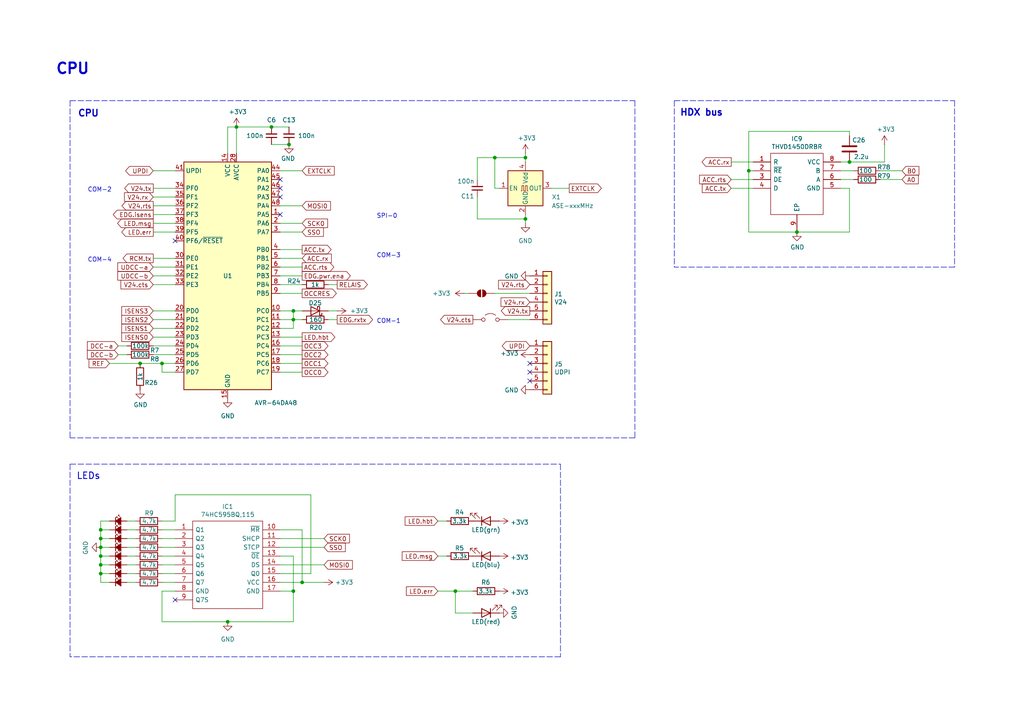
<source format=kicad_sch>
(kicad_sch (version 20250114) (generator "eeschema") (generator_version "9.0")
  (paper "A4")
  (title_block (title "RTB C13 Module") (date "2025-10-14") (rev "2") (company "Frank Schumacher") (comment 1 "Track Sensor"))
  (lib_symbols
    (symbol "Connector_Generic:Conn_01x06" (pin_names (offset 1.016) (hide yes))
      (property "Reference" "J" (at 0 7.62 0))
      (property "Value" "Conn_01x06" (at 0 -10.16 0))
      (symbol "Conn_01x06_1_1"
        (rectangle (start -1.27 6.35) (end 1.27 -8.89) (stroke (width 0.254)) (fill (type background)))
        (rectangle (start -1.27 5.207) (end 0 4.953) (stroke (width 0.1524)))
        (rectangle (start -1.27 2.667) (end 0 2.413) (stroke (width 0.1524)))
        (rectangle (start -1.27 0.127) (end 0 -0.127) (stroke (width 0.1524)))
        (rectangle (start -1.27 -2.413) (end 0 -2.667) (stroke (width 0.1524)))
        (rectangle (start -1.27 -4.953) (end 0 -5.207) (stroke (width 0.1524)))
        (rectangle (start -1.27 -7.493) (end 0 -7.747) (stroke (width 0.1524)))
        (pin passive line (at -5.08 5.08 0) (length 3.81) (name "Pin_1") (number "1"))
        (pin passive line (at -5.08 2.54 0) (length 3.81) (name "Pin_2") (number "2"))
        (pin passive line (at -5.08 0 0) (length 3.81) (name "Pin_3") (number "3"))
        (pin passive line (at -5.08 -2.54 0) (length 3.81) (name "Pin_4") (number "4"))
        (pin passive line (at -5.08 -5.08 0) (length 3.81) (name "Pin_5") (number "5"))
        (pin passive line (at -5.08 -7.62 0) (length 3.81) (name "Pin_6") (number "6"))
      )
    )
    (symbol "Device:C" (pin_numbers (hide yes)) (pin_names (offset 0.254))
      (property "Reference" "C" (at 0.635 2.54 0))
      (property "Value" "C" (at 0.635 -2.54 0))
      (symbol "C_0_1"
        (polyline (pts (xy -2.032 0.762) (xy 2.032 0.762)) (stroke (width 0.508)))
        (polyline (pts (xy -2.032 -0.762) (xy 2.032 -0.762)) (stroke (width 0.508)))
      )
      (symbol "C_1_1"
        (pin passive line (at 0 3.81 270) (length 2.794) (name "~") (number "1"))
        (pin passive line (at 0 -3.81 90) (length 2.794) (name "~") (number "2"))
      )
    )
    (symbol "Device:C_Small" (pin_numbers (hide yes)) (pin_names (offset 0.254) (hide yes))
      (property "Reference" "C" (at 0.254 1.778 0))
      (property "Value" "C_Small" (at 0.254 -2.032 0))
      (symbol "C_Small_0_1"
        (polyline (pts (xy -1.524 0.508) (xy 1.524 0.508)) (stroke (width 0.3048)))
        (polyline (pts (xy -1.524 -0.508) (xy 1.524 -0.508)) (stroke (width 0.3302)))
      )
      (symbol "C_Small_1_1"
        (pin passive line (at 0 2.54 270) (length 2.032) (name "~") (number "1"))
        (pin passive line (at 0 -2.54 90) (length 2.032) (name "~") (number "2"))
      )
    )
    (symbol "Device:D_Schottky" (pin_numbers (hide yes)) (pin_names (offset 1.016) (hide yes))
      (property "Reference" "D" (at 0 2.54 0))
      (property "Value" "D_Schottky" (at 0 -2.54 0))
      (symbol "D_Schottky_0_1"
        (polyline (pts (xy -1.905 0.635) (xy -1.905 1.27) (xy -1.27 1.27) (xy -1.27 -1.27) (xy -0.635 -1.27) (xy -0.635 -0.635)) (stroke (width 0.254)))
        (polyline (pts (xy 1.27 1.27) (xy 1.27 -1.27) (xy -1.27 0) (xy 1.27 1.27)) (stroke (width 0.254)))
        (polyline (pts (xy 1.27 0) (xy -1.27 0)))
      )
      (symbol "D_Schottky_1_1"
        (pin passive line (at -3.81 0 0) (length 2.54) (name "K") (number "1"))
        (pin passive line (at 3.81 0 180) (length 2.54) (name "A") (number "2"))
      )
    )
    (symbol "Device:LED" (pin_numbers (hide yes)) (pin_names (offset 1.016) (hide yes))
      (property "Reference" "D" (at 0 2.54 0))
      (property "Value" "LED" (at 0 -2.54 0))
      (symbol "LED_0_1"
        (polyline (pts (xy -3.048 -0.762) (xy -4.572 -2.286) (xy -3.81 -2.286) (xy -4.572 -2.286) (xy -4.572 -1.524)))
        (polyline (pts (xy -1.778 -0.762) (xy -3.302 -2.286) (xy -2.54 -2.286) (xy -3.302 -2.286) (xy -3.302 -1.524)))
        (polyline (pts (xy -1.27 0) (xy 1.27 0)))
        (polyline (pts (xy -1.27 -1.27) (xy -1.27 1.27)) (stroke (width 0.254)))
        (polyline (pts (xy 1.27 -1.27) (xy 1.27 1.27) (xy -1.27 0) (xy 1.27 -1.27)) (stroke (width 0.254)))
      )
      (symbol "LED_1_1"
        (pin passive line (at -3.81 0 0) (length 2.54) (name "K") (number "1"))
        (pin passive line (at 3.81 0 180) (length 2.54) (name "A") (number "2"))
      )
    )
    (symbol "Device:LED_Small_ALT" (pin_numbers (hide yes)) (pin_names (offset 0.254) (hide yes))
      (property "Reference" "D" (at -1.27 3.175 0))
      (property "Value" "Device_LED_Small_ALT" (at -4.445 -2.54 0))
      (symbol "LED_Small_ALT_0_1"
        (polyline (pts (xy -0.762 -1.016) (xy -0.762 1.016)) (stroke (width 0.254)))
        (polyline (pts (xy 0 0.762) (xy -0.508 1.27) (xy -0.254 1.27) (xy -0.508 1.27) (xy -0.508 1.016)))
        (polyline (pts (xy 0.508 1.27) (xy 0 1.778) (xy 0.254 1.778) (xy 0 1.778) (xy 0 1.524)))
        (polyline (pts (xy 0.762 -1.016) (xy -0.762 0) (xy 0.762 1.016) (xy 0.762 -1.016)) (stroke (width 0.254)) (fill (type outline)))
        (polyline (pts (xy 1.016 0) (xy -0.762 0)))
      )
      (symbol "LED_Small_ALT_1_1"
        (pin passive line (at -2.54 0 0) (length 1.778) (name "K") (number "1"))
        (pin passive line (at 2.54 0 180) (length 1.778) (name "A") (number "2"))
      )
    )
    (symbol "Device:R" (pin_numbers (hide yes)) (pin_names (offset 0))
      (property "Reference" "R" (at 2.032 0 90))
      (property "Value" "R" (at 0 0 90))
      (symbol "R_0_1"
        (rectangle (start -1.016 -2.54) (end 1.016 2.54) (stroke (width 0.254)))
      )
      (symbol "R_1_1"
        (pin passive line (at 0 3.81 270) (length 1.27) (name "~") (number "1"))
        (pin passive line (at 0 -3.81 90) (length 1.27) (name "~") (number "2"))
      )
    )
    (symbol "Jumper:Jumper_2_Open" (pin_numbers (hide yes)) (pin_names (offset 0) (hide yes))
      (property "Reference" "JP" (at 0 2.794 0))
      (property "Value" "Jumper_2_Open" (at 0 -2.286 0))
      (symbol "Jumper_2_Open_0_0"
        (circle (center -2.032 0) (radius 0.508))
        (circle (center 2.032 0) (radius 0.508))
      )
      (symbol "Jumper_2_Open_0_1"
        (arc (start -1.524 1.27) (mid 0 1.778) (end 1.524 1.27))
      )
      (symbol "Jumper_2_Open_1_1"
        (pin passive line (at -5.08 0 0) (length 2.54) (name "A") (number "1"))
        (pin passive line (at 5.08 0 180) (length 2.54) (name "B") (number "2"))
      )
    )
    (symbol "Jumper:SolderJumper_2_Open" (pin_numbers (hide yes)) (pin_names (offset 0) (hide yes)) (in_bom no)
      (property "Reference" "JP" (at 0 2.032 0))
      (property "Value" "SolderJumper_2_Open" (at 0 -2.54 0))
      (symbol "SolderJumper_2_Open_0_1"
        (polyline (pts (xy -0.254 1.016) (xy -0.254 -1.016)))
        (arc (start -0.254 -1.016) (mid -1.2656 0) (end -0.254 1.016))
        (arc (start -0.254 -1.016) (mid -1.2656 0) (end -0.254 1.016) (fill (type outline)))
        (arc (start 0.254 1.016) (mid 1.2656 0) (end 0.254 -1.016))
        (arc (start 0.254 1.016) (mid 1.2656 0) (end 0.254 -1.016) (fill (type outline)))
        (polyline (pts (xy 0.254 1.016) (xy 0.254 -1.016)))
      )
      (symbol "SolderJumper_2_Open_1_1"
        (pin passive line (at -3.81 0 0) (length 2.54) (name "A") (number "1"))
        (pin passive line (at 3.81 0 180) (length 2.54) (name "B") (number "2"))
      )
    )
    (symbol "MCU_Microchip_ATmega:ATmega4809-M"
      (property "Reference" "U" (at -12.7 34.29 0))
      (property "Value" "ATmega4809-M" (at 2.54 -34.29 0))
      (symbol "ATmega4809-M_0_1"
        (rectangle (start -12.7 -33.02) (end 12.7 33.02) (stroke (width 0.254)) (fill (type background)))
      )
      (symbol "ATmega4809-M_1_1"
        (pin bidirectional line (at -15.24 30.48 0) (length 2.54) (name "UPDI") (number "41"))
        (pin bidirectional line (at -15.24 25.4 0) (length 2.54) (name "PF0") (number "34"))
        (pin bidirectional line (at -15.24 22.86 0) (length 2.54) (name "PF1") (number "35"))
        (pin bidirectional line (at -15.24 20.32 0) (length 2.54) (name "PF2") (number "36"))
        (pin bidirectional line (at -15.24 17.78 0) (length 2.54) (name "PF3") (number "37"))
        (pin bidirectional line (at -15.24 15.24 0) (length 2.54) (name "PF4") (number "38"))
        (pin bidirectional line (at -15.24 12.7 0) (length 2.54) (name "PF5") (number "39"))
        (pin bidirectional line (at -15.24 10.16 0) (length 2.54) (name "PF6/~{RESET}") (number "40"))
        (pin bidirectional line (at -15.24 5.08 0) (length 2.54) (name "PE0") (number "30"))
        (pin bidirectional line (at -15.24 2.54 0) (length 2.54) (name "PE1") (number "31"))
        (pin bidirectional line (at -15.24 0 0) (length 2.54) (name "PE2") (number "32"))
        (pin bidirectional line (at -15.24 -2.54 0) (length 2.54) (name "PE3") (number "33"))
        (pin bidirectional line (at -15.24 -10.16 0) (length 2.54) (name "PD0") (number "20"))
        (pin bidirectional line (at -15.24 -12.7 0) (length 2.54) (name "PD1") (number "21"))
        (pin bidirectional line (at -15.24 -15.24 0) (length 2.54) (name "PD2") (number "22"))
        (pin bidirectional line (at -15.24 -17.78 0) (length 2.54) (name "PD3") (number "23"))
        (pin bidirectional line (at -15.24 -20.32 0) (length 2.54) (name "PD4") (number "24"))
        (pin bidirectional line (at -15.24 -22.86 0) (length 2.54) (name "PD5") (number "25"))
        (pin bidirectional line (at -15.24 -25.4 0) (length 2.54) (name "PD6") (number "26"))
        (pin bidirectional line (at -15.24 -27.94 0) (length 2.54) (name "PD7") (number "27"))
        (pin power_in line (at 0 35.56 270) (length 2.54) (name "VCC") (number "14"))
        (pin passive line (at 0 35.56 270) (length 2.54) (hide yes) (name "VCC") (number "42"))
        (pin power_in line (at 0 -35.56 90) (length 2.54) (name "GND") (number "15"))
        (pin passive line (at 0 -35.56 90) (length 2.54) (hide yes) (name "GND") (number "29"))
        (pin passive line (at 0 -35.56 90) (length 2.54) (hide yes) (name "GND") (number "43"))
        (pin passive line (at 0 -35.56 90) (length 2.54) (hide yes) (name "GND") (number "49"))
        (pin power_in line (at 2.54 35.56 270) (length 2.54) (name "AVCC") (number "28"))
        (pin bidirectional line (at 15.24 30.48 180) (length 2.54) (name "PA0") (number "44"))
        (pin bidirectional line (at 15.24 27.94 180) (length 2.54) (name "PA1") (number "45"))
        (pin bidirectional line (at 15.24 25.4 180) (length 2.54) (name "PA2") (number "46"))
        (pin bidirectional line (at 15.24 22.86 180) (length 2.54) (name "PA3") (number "47"))
        (pin bidirectional line (at 15.24 20.32 180) (length 2.54) (name "PA4") (number "48"))
        (pin bidirectional line (at 15.24 17.78 180) (length 2.54) (name "PA5") (number "1"))
        (pin bidirectional line (at 15.24 15.24 180) (length 2.54) (name "PA6") (number "2"))
        (pin bidirectional line (at 15.24 12.7 180) (length 2.54) (name "PA7") (number "3"))
        (pin bidirectional line (at 15.24 7.62 180) (length 2.54) (name "PB0") (number "4"))
        (pin bidirectional line (at 15.24 5.08 180) (length 2.54) (name "PB1") (number "5"))
        (pin bidirectional line (at 15.24 2.54 180) (length 2.54) (name "PB2") (number "6"))
        (pin bidirectional line (at 15.24 0 180) (length 2.54) (name "PB3") (number "7"))
        (pin bidirectional line (at 15.24 -2.54 180) (length 2.54) (name "PB4") (number "8"))
        (pin bidirectional line (at 15.24 -5.08 180) (length 2.54) (name "PB5") (number "9"))
        (pin bidirectional line (at 15.24 -10.16 180) (length 2.54) (name "PC0") (number "10"))
        (pin bidirectional line (at 15.24 -12.7 180) (length 2.54) (name "PC1") (number "11"))
        (pin bidirectional line (at 15.24 -15.24 180) (length 2.54) (name "PC2") (number "12"))
        (pin bidirectional line (at 15.24 -17.78 180) (length 2.54) (name "PC3") (number "13"))
        (pin bidirectional line (at 15.24 -20.32 180) (length 2.54) (name "PC4") (number "16"))
        (pin bidirectional line (at 15.24 -22.86 180) (length 2.54) (name "PC5") (number "17"))
        (pin bidirectional line (at 15.24 -25.4 180) (length 2.54) (name "PC6") (number "18"))
        (pin bidirectional line (at 15.24 -27.94 180) (length 2.54) (name "PC7") (number "19"))
      )
    )
    (symbol "Oscillator:ASE-xxxMHz" (pin_names (offset 0.254))
      (property "Reference" "Y" (at -5.08 6.35 0))
      (property "Value" "ASE-xxxMHz" (at 1.27 -6.35 0))
      (symbol "ASE-xxxMHz_0_1"
        (rectangle (start -5.08 5.08) (end 5.08 -5.08) (stroke (width 0.254)) (fill (type background)))
        (polyline (pts (xy -1.27 -0.762) (xy -1.016 -0.762) (xy -1.016 0.762) (xy -0.508 0.762) (xy -0.508 -0.762) (xy 0 -0.762) (xy 0 0.762) (xy 0.508 0.762) (xy 0.508 -0.762) (xy 0.762 -0.762)))
      )
      (symbol "ASE-xxxMHz_1_1"
        (pin input line (at -7.62 0 0) (length 2.54) (name "EN") (number "1"))
        (pin power_in line (at 0 7.62 270) (length 2.54) (name "Vdd") (number "4"))
        (pin power_in line (at 0 -7.62 90) (length 2.54) (name "GND") (number "2"))
        (pin output line (at 7.62 0 180) (length 2.54) (name "OUT") (number "3"))
      )
    )
    (symbol "RTB:74HC595BQ,115" (pin_names (offset 0.762))
      (property "Reference" "IC" (at 26.67 7.62 0))
      (property "Value" "74HC595BQ,115" (at 26.67 5.08 0))
      (symbol "74HC595BQ,115_0_0"
        (pin tri_state line (at 0 0 0) (length 5.08) (name "Q1") (number "1"))
        (pin tri_state line (at 0 -2.54 0) (length 5.08) (name "Q2") (number "2"))
        (pin tri_state line (at 0 -5.08 0) (length 5.08) (name "Q3") (number "3"))
        (pin tri_state line (at 0 -7.62 0) (length 5.08) (name "Q4") (number "4"))
        (pin tri_state line (at 0 -10.16 0) (length 5.08) (name "Q5") (number "5"))
        (pin tri_state line (at 0 -12.7 0) (length 5.08) (name "Q6") (number "6"))
        (pin tri_state line (at 0 -15.24 0) (length 5.08) (name "Q7") (number "7"))
        (pin power_in line (at 0 -17.78 0) (length 5.08) (name "GND") (number "8"))
        (pin output line (at 0 -20.32 0) (length 5.08) (name "Q7S") (number "9"))
        (pin input line (at 30.48 0 180) (length 5.08) (name "~{MR}") (number "10"))
        (pin input line (at 30.48 -2.54 180) (length 5.08) (name "SHCP") (number "11"))
        (pin input line (at 30.48 -5.08 180) (length 5.08) (name "STCP") (number "12"))
        (pin input line (at 30.48 -7.62 180) (length 5.08) (name "~{OE}") (number "13"))
        (pin input line (at 30.48 -10.16 180) (length 5.08) (name "DS") (number "14"))
        (pin tri_state line (at 30.48 -12.7 180) (length 5.08) (name "Q0") (number "15"))
        (pin power_in line (at 30.48 -15.24 180) (length 5.08) (name "VCC") (number "16"))
        (pin passive line (at 30.48 -17.78 180) (length 5.08) (name "GND") (number "17"))
      )
      (symbol "74HC595BQ,115_0_1"
        (polyline (pts (xy 5.08 2.54) (xy 25.4 2.54) (xy 25.4 -22.86) (xy 5.08 -22.86) (xy 5.08 2.54)) (stroke (width 0.1524)))
      )
    )
    (symbol "RTB:THVD1450DRBR" (pin_names (offset 0.762))
      (property "Reference" "IC" (at 21.59 7.62 0))
      (property "Value" "THVD1450DRBR" (at 21.59 5.08 0))
      (symbol "THVD1450DRBR_0_0"
        (pin passive line (at 0 0 0) (length 5.08) (name "R") (number "1"))
        (pin passive line (at 0 -2.54 0) (length 5.08) (name "~{RE}") (number "2"))
        (pin passive line (at 0 -5.08 0) (length 5.08) (name "DE") (number "3"))
        (pin passive line (at 0 -7.62 0) (length 5.08) (name "D") (number "4"))
        (pin passive line (at 12.7 -20.32 90) (length 5.08) (name "EP") (number "9"))
        (pin passive line (at 25.4 0 180) (length 5.08) (name "VCC") (number "8"))
        (pin passive line (at 25.4 -2.54 180) (length 5.08) (name "B") (number "7"))
        (pin passive line (at 25.4 -5.08 180) (length 5.08) (name "A") (number "6"))
        (pin passive line (at 25.4 -7.62 180) (length 5.08) (name "GND") (number "5"))
      )
      (symbol "THVD1450DRBR_0_1"
        (polyline (pts (xy 5.08 2.54) (xy 20.32 2.54) (xy 20.32 -15.24) (xy 5.08 -15.24) (xy 5.08 2.54)) (stroke (width 0.1524)))
      )
    )
    (symbol "power:+3V3" (power) (pin_numbers (hide yes)) (pin_names (offset 0) (hide yes))
      (property "Value" "+3V3" (at 0 3.556 0))
      (symbol "+3V3_0_1"
        (polyline (pts (xy -0.762 1.27) (xy 0 2.54)))
        (polyline (pts (xy 0 2.54) (xy 0.762 1.27)))
        (polyline (pts (xy 0 0) (xy 0 2.54)))
      )
      (symbol "+3V3_1_1"
        (pin power_in line (at 0 0 90) (length 0) (name "~") (number "1"))
      )
    )
    (symbol "power:GND" (power) (pin_numbers (hide yes)) (pin_names (offset 0) (hide yes))
      (property "Value" "GND" (at 0 -3.81 0))
      (symbol "GND_0_1"
        (polyline (pts (xy 0 0) (xy 0 -1.27) (xy 1.27 -1.27) (xy 0 -2.54) (xy -1.27 -1.27) (xy 0 -1.27)))
      )
      (symbol "GND_1_1"
        (pin power_in line (at 0 0 270) (length 0) (name "~") (number "1"))
      )
    )
  )
  (text "COM-4\n" (at 25.4 76.2 0) (effects (font (size 1.27 1.27)) (justify left bottom)))
  (text "COM-1" (at 109.22 93.98 0) (effects (font (size 1.27 1.27)) (justify left bottom)))
  (text "COM-3" (at 109.22 74.93 0) (effects (font (size 1.27 1.27)) (justify left bottom)))
  (text "CPU" (at 25.654 33.02 0) (effects (font (size 1.905 1.905) (thickness 0.381) (bold yes))))
  (text "CPU" (at 21.082 20.066 0) (effects (font (size 3.048 3.048) (thickness 0.6096) (bold yes))))
  (text "COM-2\n" (at 25.4 55.88 0) (effects (font (size 1.27 1.27)) (justify left bottom)))
  (text "LEDs" (at 25.654 138.176 0) (effects (font (size 1.905 1.905) (thickness 0.254) (bold yes))))
  (text "SPI-0" (at 109.22 63.5 0) (effects (font (size 1.27 1.27)) (justify left bottom)))
  (text "HDX bus" (at 203.454 32.766 0) (effects (font (size 1.905 1.905) (thickness 0.381) (bold yes))))
  (junction (at 29.21 153.67))
  (junction (at 66.04 180.34))
  (junction (at 78.74 36.83))
  (junction (at 40.64 105.41))
  (junction (at 246.38 46.99))
  (junction (at 143.51 45.72))
  (junction (at 29.21 161.29))
  (junction (at 152.4 45.72))
  (junction (at 87.63 168.91))
  (junction (at 231.14 67.31))
  (junction (at 132.08 171.45))
  (junction (at 68.58 36.83))
  (junction (at 29.21 166.37))
  (junction (at 46.99 105.41))
  (junction (at 217.17 49.53))
  (junction (at 29.21 156.21))
  (junction (at 85.09 171.45))
  (junction (at 83.82 41.91))
  (junction (at 29.21 158.75))
  (junction (at 85.09 92.71))
  (junction (at 29.21 163.83))
  (junction (at 152.4 63.5))
  (junction (at 85.09 90.17))
  (no_connect (at 153.67 105.41))
  (no_connect (at 81.28 54.61))
  (no_connect (at 50.8 173.99))
  (no_connect (at 81.28 52.07))
  (no_connect (at 81.28 62.23))
  (no_connect (at 50.8 69.85))
  (no_connect (at 153.67 110.49))
  (no_connect (at 153.67 107.95))
  (no_connect (at 81.28 57.15))
  (wire (pts (xy 68.58 36.83) (xy 78.74 36.83)))
  (wire (pts (xy 143.51 45.72) (xy 138.43 45.72)))
  (wire (pts (xy 36.83 166.37) (xy 39.37 166.37)))
  (polyline (pts (xy 195.58 29.21) (xy 195.58 77.47)) (stroke (width 0) (type dash)))
  (wire (pts (xy 217.17 49.53) (xy 217.17 38.1)))
  (wire (pts (xy 81.28 158.75) (xy 93.98 158.75)))
  (wire (pts (xy 50.8 80.01) (xy 44.45 80.01)))
  (wire (pts (xy 212.09 46.99) (xy 218.44 46.99)))
  (wire (pts (xy 44.45 62.23) (xy 50.8 62.23)))
  (wire (pts (xy 50.8 163.83) (xy 46.99 163.83)))
  (wire (pts (xy 246.38 54.61) (xy 243.84 54.61)))
  (wire (pts (xy 29.21 161.29) (xy 29.21 158.75)))
  (wire (pts (xy 46.99 158.75) (xy 50.8 158.75)))
  (wire (pts (xy 87.63 168.91) (xy 93.98 168.91)))
  (polyline (pts (xy 276.86 77.47) (xy 195.58 77.47)) (stroke (width 0) (type dash)))
  (wire (pts (xy 218.44 49.53) (xy 217.17 49.53)))
  (wire (pts (xy 50.8 97.79) (xy 44.45 97.79)))
  (wire (pts (xy 127 161.29) (xy 129.54 161.29)))
  (wire (pts (xy 44.45 64.77) (xy 50.8 64.77)))
  (wire (pts (xy 29.21 168.91) (xy 29.21 166.37)))
  (wire (pts (xy 152.4 63.5) (xy 152.4 64.77)))
  (wire (pts (xy 85.09 92.71) (xy 81.28 92.71)))
  (wire (pts (xy 134.62 85.09) (xy 135.89 85.09)))
  (wire (pts (xy 81.28 156.21) (xy 93.98 156.21)))
  (wire (pts (xy 81.28 64.77) (xy 87.63 64.77)))
  (wire (pts (xy 85.09 171.45) (xy 85.09 180.34)))
  (wire (pts (xy 31.75 163.83) (xy 29.21 163.83)))
  (wire (pts (xy 31.75 105.41) (xy 40.64 105.41)))
  (wire (pts (xy 66.04 180.34) (xy 85.09 180.34)))
  (wire (pts (xy 152.4 45.72) (xy 152.4 46.99)))
  (wire (pts (xy 81.28 90.17) (xy 85.09 90.17)))
  (wire (pts (xy 44.45 82.55) (xy 50.8 82.55)))
  (wire (pts (xy 44.45 59.69) (xy 50.8 59.69)))
  (wire (pts (xy 46.99 171.45) (xy 46.99 180.34)))
  (wire (pts (xy 31.75 151.13) (xy 29.21 151.13)))
  (wire (pts (xy 81.28 82.55) (xy 87.63 82.55)))
  (wire (pts (xy 44.45 77.47) (xy 50.8 77.47)))
  (polyline (pts (xy 20.32 134.62) (xy 162.56 134.62)) (stroke (width 0) (type dash)))
  (wire (pts (xy 87.63 153.67) (xy 81.28 153.67)))
  (wire (pts (xy 243.84 52.07) (xy 247.65 52.07)))
  (wire (pts (xy 132.08 171.45) (xy 132.08 177.8)))
  (polyline (pts (xy 162.56 134.62) (xy 162.56 190.5)) (stroke (width 0) (type dash)))
  (wire (pts (xy 243.84 46.99) (xy 246.38 46.99)))
  (wire (pts (xy 85.09 90.17) (xy 87.63 90.17)))
  (wire (pts (xy 44.45 67.31) (xy 50.8 67.31)))
  (polyline (pts (xy 20.32 29.21) (xy 184.15 29.21)) (stroke (width 0) (type dash)))
  (wire (pts (xy 50.8 95.25) (xy 44.45 95.25)))
  (wire (pts (xy 50.8 151.13) (xy 46.99 151.13)))
  (wire (pts (xy 50.8 57.15) (xy 44.45 57.15)))
  (wire (pts (xy 44.45 49.53) (xy 50.8 49.53)))
  (wire (pts (xy 85.09 161.29) (xy 85.09 171.45)))
  (wire (pts (xy 36.83 151.13) (xy 39.37 151.13)))
  (wire (pts (xy 138.43 45.72) (xy 138.43 52.07)))
  (polyline (pts (xy 162.56 190.5) (xy 20.32 190.5)) (stroke (width 0) (type dash)))
  (wire (pts (xy 90.17 143.51) (xy 50.8 143.51)))
  (wire (pts (xy 46.99 180.34) (xy 66.04 180.34)))
  (wire (pts (xy 90.17 166.37) (xy 90.17 143.51)))
  (wire (pts (xy 81.28 102.87) (xy 87.63 102.87)))
  (wire (pts (xy 46.99 168.91) (xy 50.8 168.91)))
  (wire (pts (xy 78.74 41.91) (xy 83.82 41.91)))
  (polyline (pts (xy 276.86 29.21) (xy 276.86 77.47)) (stroke (width 0) (type dash)))
  (wire (pts (xy 212.09 52.07) (xy 218.44 52.07)))
  (wire (pts (xy 217.17 67.31) (xy 231.14 67.31)))
  (wire (pts (xy 138.43 57.15) (xy 138.43 63.5)))
  (wire (pts (xy 87.63 67.31) (xy 81.28 67.31)))
  (wire (pts (xy 143.51 45.72) (xy 152.4 45.72)))
  (wire (pts (xy 243.84 49.53) (xy 247.65 49.53)))
  (wire (pts (xy 217.17 38.1) (xy 246.38 38.1)))
  (wire (pts (xy 66.04 36.83) (xy 68.58 36.83)))
  (wire (pts (xy 36.83 153.67) (xy 39.37 153.67)))
  (wire (pts (xy 34.29 100.33) (xy 36.83 100.33)))
  (wire (pts (xy 31.75 158.75) (xy 29.21 158.75)))
  (wire (pts (xy 46.99 105.41) (xy 50.8 105.41)))
  (wire (pts (xy 217.17 49.53) (xy 217.17 67.31)))
  (wire (pts (xy 68.58 36.83) (xy 68.58 44.45)))
  (wire (pts (xy 81.28 59.69) (xy 87.63 59.69)))
  (polyline (pts (xy 20.32 134.62) (xy 20.32 190.5)) (stroke (width 0) (type dash)))
  (wire (pts (xy 29.21 168.91) (xy 31.75 168.91)))
  (wire (pts (xy 29.21 166.37) (xy 29.21 163.83)))
  (wire (pts (xy 256.54 46.99) (xy 256.54 41.91)))
  (wire (pts (xy 85.09 95.25) (xy 85.09 92.71)))
  (wire (pts (xy 152.4 63.5) (xy 152.4 62.23)))
  (wire (pts (xy 46.99 153.67) (xy 50.8 153.67)))
  (wire (pts (xy 78.74 36.83) (xy 83.82 36.83)))
  (wire (pts (xy 132.08 177.8) (xy 137.16 177.8)))
  (wire (pts (xy 66.04 36.83) (xy 66.04 44.45)))
  (wire (pts (xy 95.25 90.17) (xy 97.79 90.17)))
  (wire (pts (xy 44.45 102.87) (xy 50.8 102.87)))
  (wire (pts (xy 212.09 54.61) (xy 218.44 54.61)))
  (wire (pts (xy 127 171.45) (xy 132.08 171.45)))
  (wire (pts (xy 81.28 100.33) (xy 87.63 100.33)))
  (wire (pts (xy 36.83 156.21) (xy 39.37 156.21)))
  (wire (pts (xy 137.16 171.45) (xy 132.08 171.45)))
  (wire (pts (xy 152.4 45.72) (xy 152.4 44.45)))
  (wire (pts (xy 85.09 90.17) (xy 85.09 92.71)))
  (wire (pts (xy 29.21 156.21) (xy 29.21 153.67)))
  (wire (pts (xy 81.28 80.01) (xy 87.63 80.01)))
  (wire (pts (xy 31.75 161.29) (xy 29.21 161.29)))
  (wire (pts (xy 29.21 151.13) (xy 29.21 153.67)))
  (wire (pts (xy 50.8 74.93) (xy 44.45 74.93)))
  (wire (pts (xy 36.83 158.75) (xy 39.37 158.75)))
  (wire (pts (xy 143.51 54.61) (xy 143.51 45.72)))
  (wire (pts (xy 144.78 54.61) (xy 143.51 54.61)))
  (wire (pts (xy 34.29 102.87) (xy 36.83 102.87)))
  (wire (pts (xy 85.09 161.29) (xy 81.28 161.29)))
  (wire (pts (xy 81.28 77.47) (xy 87.63 77.47)))
  (wire (pts (xy 31.75 153.67) (xy 29.21 153.67)))
  (wire (pts (xy 36.83 161.29) (xy 39.37 161.29)))
  (polyline (pts (xy 184.15 127) (xy 20.32 127)) (stroke (width 0) (type dash)))
  (wire (pts (xy 44.45 100.33) (xy 50.8 100.33)))
  (wire (pts (xy 81.28 97.79) (xy 87.63 97.79)))
  (wire (pts (xy 50.8 92.71) (xy 44.45 92.71)))
  (wire (pts (xy 46.99 166.37) (xy 50.8 166.37)))
  (wire (pts (xy 127 151.13) (xy 129.54 151.13)))
  (wire (pts (xy 44.45 90.17) (xy 50.8 90.17)))
  (wire (pts (xy 153.67 85.09) (xy 143.51 85.09)))
  (wire (pts (xy 81.28 74.93) (xy 87.63 74.93)))
  (wire (pts (xy 50.8 156.21) (xy 46.99 156.21)))
  (wire (pts (xy 36.83 168.91) (xy 39.37 168.91)))
  (wire (pts (xy 255.27 49.53) (xy 261.62 49.53)))
  (wire (pts (xy 31.75 156.21) (xy 29.21 156.21)))
  (wire (pts (xy 44.45 54.61) (xy 50.8 54.61)))
  (wire (pts (xy 50.8 143.51) (xy 50.8 151.13)))
  (wire (pts (xy 255.27 52.07) (xy 261.62 52.07)))
  (polyline (pts (xy 184.15 29.21) (xy 184.15 127)) (stroke (width 0) (type dash)))
  (wire (pts (xy 50.8 171.45) (xy 46.99 171.45)))
  (wire (pts (xy 95.25 92.71) (xy 97.79 92.71)))
  (wire (pts (xy 81.28 171.45) (xy 85.09 171.45)))
  (polyline (pts (xy 195.58 29.21) (xy 276.86 29.21)) (stroke (width 0) (type dash)))
  (wire (pts (xy 81.28 49.53) (xy 87.63 49.53)))
  (wire (pts (xy 246.38 67.31) (xy 246.38 54.61)))
  (polyline (pts (xy 20.32 29.21) (xy 20.32 127)) (stroke (width 0) (type dash)))
  (wire (pts (xy 81.28 105.41) (xy 87.63 105.41)))
  (wire (pts (xy 81.28 85.09) (xy 87.63 85.09)))
  (wire (pts (xy 81.28 166.37) (xy 90.17 166.37)))
  (wire (pts (xy 46.99 107.95) (xy 50.8 107.95)))
  (wire (pts (xy 29.21 163.83) (xy 29.21 161.29)))
  (wire (pts (xy 50.8 161.29) (xy 46.99 161.29)))
  (wire (pts (xy 29.21 166.37) (xy 31.75 166.37)))
  (wire (pts (xy 160.02 54.61) (xy 165.1 54.61)))
  (wire (pts (xy 85.09 92.71) (xy 87.63 92.71)))
  (wire (pts (xy 46.99 105.41) (xy 46.99 107.95)))
  (wire (pts (xy 81.28 107.95) (xy 87.63 107.95)))
  (wire (pts (xy 29.21 158.75) (xy 29.21 156.21)))
  (wire (pts (xy 95.25 82.55) (xy 97.79 82.55)))
  (wire (pts (xy 81.28 72.39) (xy 87.63 72.39)))
  (wire (pts (xy 147.32 92.71) (xy 153.67 92.71)))
  (wire (pts (xy 36.83 163.83) (xy 39.37 163.83)))
  (wire (pts (xy 231.14 67.31) (xy 246.38 67.31)))
  (wire (pts (xy 246.38 38.1) (xy 246.38 39.37)))
  (wire (pts (xy 246.38 46.99) (xy 256.54 46.99)))
  (wire (pts (xy 81.28 163.83) (xy 93.98 163.83)))
  (wire (pts (xy 87.63 168.91) (xy 87.63 153.67)))
  (wire (pts (xy 81.28 95.25) (xy 85.09 95.25)))
  (wire (pts (xy 138.43 63.5) (xy 152.4 63.5)))
  (wire (pts (xy 40.64 105.41) (xy 46.99 105.41)))
  (wire (pts (xy 81.28 168.91) (xy 87.63 168.91)))
  (global_label "V24.tx" (shape output) (at 44.45 54.61 180) (property "Intersheetrefs" "${INTERSHEET_REFS}" (effects (hide yes))))
  (global_label "LED.err" (shape input) (at 127 171.45 180) (property "Intersheetrefs" "${INTERSHEET_REFS}" (effects (hide yes))))
  (global_label "DCC-b" (shape input) (at 34.29 102.87 180) (property "Intersheetrefs" "${INTERSHEET_REFS}" (effects (hide yes))))
  (global_label "EXTCLK" (shape input) (at 87.63 49.53 0) (property "Intersheetrefs" "${INTERSHEET_REFS}" (effects (hide yes))))
  (global_label "ISENS3" (shape input) (at 44.45 90.17 180) (property "Intersheetrefs" "${INTERSHEET_REFS}" (effects (hide yes))))
  (global_label "LED.err" (shape output) (at 44.45 67.31 180) (property "Intersheetrefs" "${INTERSHEET_REFS}" (effects (hide yes))))
  (global_label "MOSI0" (shape input) (at 93.98 163.83 0) (property "Intersheetrefs" "${INTERSHEET_REFS}" (effects (hide yes))))
  (global_label "LED.hbt" (shape output) (at 87.63 97.79 0) (property "Intersheetrefs" "${INTERSHEET_REFS}" (effects (hide yes))))
  (global_label "SCK0" (shape input) (at 87.63 64.77 0) (property "Intersheetrefs" "${INTERSHEET_REFS}" (effects (hide yes))))
  (global_label "V24.rts" (shape input) (at 153.67 82.55 180) (property "Intersheetrefs" "${INTERSHEET_REFS}" (effects (hide yes))))
  (global_label "RELAIS" (shape output) (at 97.79 82.55 0) (property "Intersheetrefs" "${INTERSHEET_REFS}" (effects (hide yes))))
  (global_label "ACC.rx" (shape output) (at 212.09 46.99 180) (property "Intersheetrefs" "${INTERSHEET_REFS}" (effects (hide yes))))
  (global_label "ACC.tx" (shape output) (at 87.63 72.39 0) (property "Intersheetrefs" "${INTERSHEET_REFS}" (effects (hide yes))))
  (global_label "REF" (shape input) (at 31.75 105.41 180) (property "Intersheetrefs" "${INTERSHEET_REFS}" (effects (hide yes))))
  (global_label "ACC.rts" (shape input) (at 212.09 52.07 180) (property "Intersheetrefs" "${INTERSHEET_REFS}" (effects (hide yes))))
  (global_label "V24.rts" (shape output) (at 44.45 59.69 180) (property "Intersheetrefs" "${INTERSHEET_REFS}" (effects (hide yes))))
  (global_label "OCC0" (shape output) (at 87.63 107.95 0) (property "Intersheetrefs" "${INTERSHEET_REFS}" (effects (hide yes))))
  (global_label "UPDI" (shape bidirectional) (at 153.67 100.33 180) (property "Intersheetrefs" "${INTERSHEET_REFS}" (effects (hide yes))))
  (global_label "ACC.rts" (shape output) (at 87.63 77.47 0) (property "Intersheetrefs" "${INTERSHEET_REFS}" (effects (hide yes))))
  (global_label "V24.tx" (shape output) (at 153.67 90.17 180) (property "Intersheetrefs" "${INTERSHEET_REFS}" (effects (hide yes))))
  (global_label "V24.cts" (shape output) (at 137.16 92.71 180) (property "Intersheetrefs" "${INTERSHEET_REFS}" (effects (hide yes))))
  (global_label "V24.rx" (shape input) (at 153.67 87.63 180) (property "Intersheetrefs" "${INTERSHEET_REFS}" (effects (hide yes))))
  (global_label "ACC.rx" (shape input) (at 87.63 74.93 0) (property "Intersheetrefs" "${INTERSHEET_REFS}" (effects (hide yes))))
  (global_label "EXTCLK" (shape output) (at 165.1 54.61 0) (property "Intersheetrefs" "${INTERSHEET_REFS}" (effects (hide yes))))
  (global_label "ISENS0" (shape input) (at 44.45 97.79 180) (property "Intersheetrefs" "${INTERSHEET_REFS}" (effects (hide yes))))
  (global_label "EDG.pwr.ena" (shape output) (at 87.63 80.01 0) (property "Intersheetrefs" "${INTERSHEET_REFS}" (effects (hide yes))))
  (global_label "RCM.tx" (shape output) (at 44.45 74.93 180) (property "Intersheetrefs" "${INTERSHEET_REFS}" (effects (hide yes))))
  (global_label "B0" (shape input) (at 261.62 49.53 0) (property "Intersheetrefs" "${INTERSHEET_REFS}" (effects (hide yes))))
  (global_label "OCC3" (shape output) (at 87.63 100.33 0) (property "Intersheetrefs" "${INTERSHEET_REFS}" (effects (hide yes))))
  (global_label "SSO" (shape input) (at 93.98 158.75 0) (property "Intersheetrefs" "${INTERSHEET_REFS}" (effects (hide yes))))
  (global_label "UDCC-b" (shape input) (at 44.45 80.01 180) (property "Intersheetrefs" "${INTERSHEET_REFS}" (effects (hide yes))))
  (global_label "OCC2" (shape output) (at 87.63 102.87 0) (property "Intersheetrefs" "${INTERSHEET_REFS}" (effects (hide yes))))
  (global_label "A0" (shape input) (at 261.62 52.07 0) (property "Intersheetrefs" "${INTERSHEET_REFS}" (effects (hide yes))))
  (global_label "LED.msg" (shape input) (at 127 161.29 180) (property "Intersheetrefs" "${INTERSHEET_REFS}" (effects (hide yes))))
  (global_label "V24.cts" (shape input) (at 44.45 82.55 180) (property "Intersheetrefs" "${INTERSHEET_REFS}" (effects (hide yes))))
  (global_label "ISENS2" (shape input) (at 44.45 92.71 180) (property "Intersheetrefs" "${INTERSHEET_REFS}" (effects (hide yes))))
  (global_label "LED.hbt" (shape input) (at 127 151.13 180) (property "Intersheetrefs" "${INTERSHEET_REFS}" (effects (hide yes))))
  (global_label "OCC1" (shape output) (at 87.63 105.41 0) (property "Intersheetrefs" "${INTERSHEET_REFS}" (effects (hide yes))))
  (global_label "ACC.tx" (shape input) (at 212.09 54.61 180) (property "Intersheetrefs" "${INTERSHEET_REFS}" (effects (hide yes))))
  (global_label "DCC-a" (shape input) (at 34.29 100.33 180) (property "Intersheetrefs" "${INTERSHEET_REFS}" (effects (hide yes))))
  (global_label "SCK0" (shape input) (at 93.98 156.21 0) (property "Intersheetrefs" "${INTERSHEET_REFS}" (effects (hide yes))))
  (global_label "LED.msg" (shape output) (at 44.45 64.77 180) (property "Intersheetrefs" "${INTERSHEET_REFS}" (effects (hide yes))))
  (global_label "OCCRES" (shape output) (at 87.63 85.09 0) (property "Intersheetrefs" "${INTERSHEET_REFS}" (effects (hide yes))))
  (global_label "UPDI" (shape bidirectional) (at 44.45 49.53 180) (property "Intersheetrefs" "${INTERSHEET_REFS}" (effects (hide yes))))
  (global_label "EDG.rxtx" (shape output) (at 97.79 92.71 0) (property "Intersheetrefs" "${INTERSHEET_REFS}" (effects (hide yes))))
  (global_label "UDCC-a" (shape input) (at 44.45 77.47 180) (property "Intersheetrefs" "${INTERSHEET_REFS}" (effects (hide yes))))
  (global_label "MOSI0" (shape input) (at 87.63 59.69 0) (property "Intersheetrefs" "${INTERSHEET_REFS}" (effects (hide yes))))
  (global_label "EDG.isens" (shape output) (at 44.45 62.23 180) (property "Intersheetrefs" "${INTERSHEET_REFS}" (effects (hide yes))))
  (global_label "SSO" (shape input) (at 87.63 67.31 0) (property "Intersheetrefs" "${INTERSHEET_REFS}" (effects (hide yes))))
  (global_label "V24.rx" (shape input) (at 44.45 57.15 180) (property "Intersheetrefs" "${INTERSHEET_REFS}" (effects (hide yes))))
  (global_label "ISENS1" (shape input) (at 44.45 95.25 180) (property "Intersheetrefs" "${INTERSHEET_REFS}" (effects (hide yes))))
  (symbol (lib_id "Jumper:SolderJumper_2_Open") (at 139.7 85.09 180) (unit 1) (in_bom no)
    (property "Reference" "JP1" (effects (hide yes)))
    (property "Value" "SolderJumper_2_Open" (effects (hide yes)))
    (property "Footprint" "Jumper:SolderJumper-2_P1.3mm_Open_RoundedPad1.0x1.5mm" (effects (hide yes)))
  )
  (symbol (lib_id "Connector_Generic:Conn_01x06") (at 158.75 85.09 0) (unit 1) (in_bom no)
    (property "Reference" "J1" (at 160.782 85.2932 0) (effects (justify left)))
    (property "Value" "V24" (at 160.782 87.6046 0) (effects (justify left)))
    (property "Footprint" "Connector_PinHeader_2.54mm:PinHeader_1x06_P2.54mm_Vertical" (effects (hide yes)))
  )
  (symbol (lib_id "power:GND") (at 153.67 80.01 270) (unit 1)
    (property "Reference" "#PWR020" (effects (hide yes)))
    (property "Value" "GND" (at 150.4188 80.137 90) (effects (justify right)))
  )
  (symbol (lib_id "RTB:THVD1450DRBR") (at 218.44 46.99 0) (unit 1)
    (property "Reference" "IC9" (at 231.14 40.259 0))
    (property "Value" "THVD1450DRBR" (at 231.14 42.5704 0))
    (property "Footprint" "RTB:SON65P300X300X100-9N-D" (effects (hide yes)))
    (property "Datasheet" "https://www.arrow.com/en/products/thvd1450drbr/texas-instruments" (effects (hide yes)))
    (property "Description" "RS-422/RS-485 Interface IC A 595-THVD1450DRBT" (effects (hide yes)))
    (property "LCSC Part #" "C1850226" (effects (hide yes)))
  )
  (symbol (lib_id "Device:C") (at 246.38 43.18 0) (unit 1)
    (property "Reference" "C26" (at 247.142 40.64 0) (effects (justify left)))
    (property "Value" "2.2u" (at 247.65 45.466 0) (effects (justify left)))
    (property "Footprint" "Capacitor_SMD:C_1206_3216Metric" (effects (hide yes)))
    (property "Description" "2.2uF 50V X7R ±10% 1206 Multilayer Ceramic Capacitors MLCC - SMD/SMT ROHS" (effects (hide yes)))
    (property "LCSC Part #" "C50254" (effects (hide yes)))
  )
  (symbol (lib_id "power:GND") (at 231.14 67.31 0) (unit 1)
    (property "Reference" "#PWR0155" (effects (hide yes)))
    (property "Value" "GND" (at 231.267 71.7042 0))
  )
  (symbol (lib_id "Device:C_Small") (at 78.74 39.37 180) (unit 1)
    (property "Reference" "C6" (at 78.74 34.798 0))
    (property "Value" "100n" (at 73.914 39.37 0))
    (property "Footprint" "Capacitor_SMD:C_0402_1005Metric" (effects (hide yes)))
    (property "Description" "100nF 50V X7R ±10% 0402 Multilayer Ceramic Capacitors MLCC - SMD/SMT ROHS" (effects (hide yes)))
    (property "LCSC Part #" "C307331" (effects (hide yes)))
  )
  (symbol (lib_id "power:GND") (at 83.82 41.91 0) (unit 1)
    (property "Reference" "#PWR06" (effects (hide yes)))
    (property "Value" "GND" (at 85.598 45.974 0) (effects (justify right)))
  )
  (symbol (lib_id "Connector_Generic:Conn_01x06") (at 158.75 105.41 0) (unit 1) (in_bom no)
    (property "Reference" "J5" (at 160.782 105.6132 0) (effects (justify left)))
    (property "Value" "UDPI" (at 160.782 107.9246 0) (effects (justify left)))
    (property "Footprint" "Connector_PinHeader_1.27mm:PinHeader_2x03_P1.27mm_Vertical" (effects (hide yes)))
  )
  (symbol (lib_id "power:GND") (at 153.67 113.03 270) (unit 1)
    (property "Reference" "#PWR014" (effects (hide yes)))
    (property "Value" "GND" (at 150.4188 113.157 90) (effects (justify right)))
  )
  (symbol (lib_id "power:+3V3") (at 256.54 41.91 0) (unit 1)
    (property "Reference" "#PWR0108" (effects (hide yes)))
    (property "Value" "+3V3" (at 256.921 37.5158 0))
  )
  (symbol (lib_id "power:+3V3") (at 68.58 36.83 0) (unit 1)
    (property "Reference" "#PWR0111" (effects (hide yes)))
    (property "Value" "+3V3" (at 68.961 32.4358 0))
  )
  (symbol (lib_id "power:+3V3") (at 153.67 102.87 90) (unit 1)
    (property "Reference" "#PWR0129" (effects (hide yes)))
    (property "Value" "+3V3" (at 150.4188 102.489 90) (effects (justify left)))
  )
  (symbol (lib_id "Device:R") (at 251.46 49.53 90) (unit 1)
    (property "Reference" "R78" (at 258.318 48.514 90) (effects (justify left)))
    (property "Value" "100" (at 252.984 49.53 90) (effects (justify left)))
    (property "Footprint" "Resistor_SMD:R_1206_3216Metric" (effects (hide yes)))
    (property "Description" "-55℃~+155℃ 100Ω 200V 250mW Thick Film Resistor ±1% ±100ppm/℃ 1206 Chip Resistor - Surface Mount ROHS" (effects (hide yes)))
    (property "LCSC Part #" "C17901" (effects (hide yes)))
  )
  (symbol (lib_id "Device:R") (at 251.46 52.07 90) (unit 1)
    (property "Reference" "R79" (at 258.318 51.054 90) (effects (justify left)))
    (property "Value" "100" (at 252.984 52.07 90) (effects (justify left)))
    (property "Footprint" "Resistor_SMD:R_1206_3216Metric" (effects (hide yes)))
    (property "Description" "-55℃~+155℃ 100Ω 200V 250mW Thick Film Resistor ±1% ±100ppm/℃ 1206 Chip Resistor - Surface Mount ROHS" (effects (hide yes)))
    (property "LCSC Part #" "C17901" (effects (hide yes)))
  )
  (symbol (lib_id "Jumper:Jumper_2_Open") (at 142.24 92.71 0) (mirror y) (unit 1) (in_bom no)
    (property "Reference" "JP2" (effects (hide yes)))
    (property "Value" "Jumper_2_Open" (effects (hide yes)))
    (property "Footprint" "Connector_PinHeader_2.54mm:PinHeader_1x02_P2.54mm_Vertical" (effects (hide yes)))
  )
  (symbol (lib_id "Device:C_Small") (at 83.82 39.37 180) (unit 1)
    (property "Reference" "C13" (at 83.82 34.798 0))
    (property "Value" "100n" (at 88.9 39.37 0))
    (property "Footprint" "Capacitor_SMD:C_0402_1005Metric" (effects (hide yes)))
    (property "Description" "100nF 50V X7R ±10% 0402 Multilayer Ceramic Capacitors MLCC - SMD/SMT ROHS" (effects (hide yes)))
    (property "LCSC Part #" "C307331" (effects (hide yes)))
  )
  (symbol (lib_id "Device:LED") (at 140.97 151.13 0) (mirror x) (unit 1) (in_bom no)
    (property "Reference" "D3" (effects (hide yes)))
    (property "Value" "LED(grn)" (at 140.97 153.67 0))
    (property "Footprint" "LED_SMD:LED_0603_1608Metric" (effects (hide yes)))
  )
  (symbol (lib_id "Device:R") (at 133.35 151.13 90) (unit 1)
    (property "Reference" "R4" (at 134.62 148.59 90) (effects (justify left)))
    (property "Value" "3.3k" (at 135.382 151.13 90) (effects (justify left)))
    (property "Footprint" "Resistor_SMD:R_0402_1005Metric" (effects (hide yes)))
    (property "Description" "-55℃~+155℃ 3.3kΩ 50V 62.5mW Thick Film Resistor ±1% ±100ppm/℃ 0402 Chip Resistor - Surface Mount ROHS" (effects (hide yes)))
    (property "LCSC Part #" "C25890" (effects (hide yes)))
  )
  (symbol (lib_id "power:+3V3") (at 144.78 151.13 270) (unit 1)
    (property "Reference" "#PWR0103" (effects (hide yes)))
    (property "Value" "+3V3" (at 148.0312 151.511 90) (effects (justify left)))
  )
  (symbol (lib_id "Device:LED") (at 140.97 161.29 0) (mirror x) (unit 1) (in_bom no)
    (property "Reference" "D5" (effects (hide yes)))
    (property "Value" "LED(blu)" (at 140.97 163.83 0))
    (property "Footprint" "LED_SMD:LED_0603_1608Metric" (effects (hide yes)))
  )
  (symbol (lib_id "Device:R") (at 133.35 161.29 90) (unit 1)
    (property "Reference" "R5" (at 134.62 159.004 90) (effects (justify left)))
    (property "Value" "3.3k" (at 135.636 161.29 90) (effects (justify left)))
    (property "Footprint" "Resistor_SMD:R_0603_1608Metric" (effects (hide yes)))
    (property "Description" "-55℃~+155℃ 100mW 3.3kΩ 75V Thick Film Resistor ±1% ±100ppm/℃ 0603 Chip Resistor - Surface Mount ROHS" (effects (hide yes)))
    (property "LCSC Part #" "C22978" (effects (hide yes)))
  )
  (symbol (lib_id "power:+3V3") (at 144.78 161.29 270) (unit 1)
    (property "Reference" "#PWR0104" (effects (hide yes)))
    (property "Value" "+3V3" (at 148.0312 161.671 90) (effects (justify left)))
  )
  (symbol (lib_id "Device:LED") (at 140.97 177.8 180) (unit 1) (in_bom no)
    (property "Reference" "D6" (effects (hide yes)))
    (property "Value" "LED(red)" (at 140.97 180.34 0))
    (property "Footprint" "LED_SMD:LED_0603_1608Metric" (effects (hide yes)))
  )
  (symbol (lib_id "Device:R") (at 140.97 171.45 90) (unit 1)
    (property "Reference" "R6" (at 142.24 168.91 90) (effects (justify left)))
    (property "Value" "3.3k" (at 143.002 171.45 90) (effects (justify left)))
    (property "Footprint" "Resistor_SMD:R_0603_1608Metric" (effects (hide yes)))
    (property "Description" "-55℃~+155℃ 100mW 3.3kΩ 75V Thick Film Resistor ±1% ±100ppm/℃ 0603 Chip Resistor - Surface Mount ROHS" (effects (hide yes)))
    (property "LCSC Part #" "C22978" (effects (hide yes)))
  )
  (symbol (lib_id "power:+3V3") (at 144.78 171.45 270) (unit 1)
    (property "Reference" "#PWR0106" (effects (hide yes)))
    (property "Value" "+3V3" (at 148.0312 171.831 90) (effects (justify left)))
  )
  (symbol (lib_id "power:GND") (at 144.78 177.8 90) (unit 1)
    (property "Reference" "#PWR0107" (effects (hide yes)))
    (property "Value" "GND" (at 149.1742 177.673 0))
  )
  (symbol (lib_id "Device:R") (at 40.64 100.33 90) (unit 1)
    (property "Reference" "R7" (at 46.228 101.6 90) (effects (justify left)))
    (property "Value" "100k" (at 43.18 100.33 90) (effects (justify left)))
    (property "Footprint" "Resistor_SMD:R_0603_1608Metric" (effects (hide yes)))
    (property "Description" "-55℃~+155℃ 100kΩ 100mW 75V Thick Film Resistor ±1% ±100ppm/℃ 0603 Chip Resistor - Surface Mount ROHS" (effects (hide yes)))
    (property "LCSC Part #" "C25803" (effects (hide yes)))
  )
  (symbol (lib_id "Device:R") (at 40.64 102.87 90) (unit 1)
    (property "Reference" "R8" (at 46.228 104.14 90) (effects (justify left)))
    (property "Value" "100k" (at 43.18 102.87 90) (effects (justify left)))
    (property "Footprint" "Resistor_SMD:R_0603_1608Metric" (effects (hide yes)))
    (property "Description" "-55℃~+155℃ 100kΩ 100mW 75V Thick Film Resistor ±1% ±100ppm/℃ 0603 Chip Resistor - Surface Mount ROHS" (effects (hide yes)))
    (property "LCSC Part #" "C25803" (effects (hide yes)))
  )
  (symbol (lib_id "Device:LED_Small_ALT") (at 34.29 168.91 0) (unit 1) (in_bom no)
    (property "Reference" "D7" (effects (hide yes)))
    (property "Value" "LED(wht)" (effects (hide yes)))
    (property "Footprint" "LED_SMD:LED_0603_1608Metric" (effects (hide yes)))
  )
  (symbol (lib_id "Device:LED_Small_ALT") (at 34.29 166.37 0) (unit 1) (in_bom no)
    (property "Reference" "D8" (effects (hide yes)))
    (property "Value" "LED(wht)" (effects (hide yes)))
    (property "Footprint" "LED_SMD:LED_0603_1608Metric" (effects (hide yes)))
  )
  (symbol (lib_id "Device:LED_Small_ALT") (at 34.29 163.83 0) (unit 1) (in_bom no)
    (property "Reference" "D9" (effects (hide yes)))
    (property "Value" "LED(wht)" (effects (hide yes)))
    (property "Footprint" "LED_SMD:LED_0603_1608Metric" (effects (hide yes)))
  )
  (symbol (lib_id "Device:LED_Small_ALT") (at 34.29 161.29 0) (unit 1) (in_bom no)
    (property "Reference" "D10" (effects (hide yes)))
    (property "Value" "LED(wht)" (effects (hide yes)))
    (property "Footprint" "LED_SMD:LED_0603_1608Metric" (effects (hide yes)))
  )
  (symbol (lib_id "Device:LED_Small_ALT") (at 34.29 158.75 0) (unit 1) (in_bom no)
    (property "Reference" "D11" (effects (hide yes)))
    (property "Value" "LED(wht)" (effects (hide yes)))
    (property "Footprint" "LED_SMD:LED_0603_1608Metric" (effects (hide yes)))
  )
  (symbol (lib_id "Device:LED_Small_ALT") (at 34.29 156.21 0) (unit 1) (in_bom no)
    (property "Reference" "D12" (effects (hide yes)))
    (property "Value" "LED(wht)" (effects (hide yes)))
    (property "Footprint" "LED_SMD:LED_0603_1608Metric" (effects (hide yes)))
  )
  (symbol (lib_id "Device:LED_Small_ALT") (at 34.29 153.67 0) (unit 1) (in_bom no)
    (property "Reference" "D13" (effects (hide yes)))
    (property "Value" "LED(wht)" (effects (hide yes)))
    (property "Footprint" "LED_SMD:LED_0603_1608Metric" (effects (hide yes)))
  )
  (symbol (lib_id "Device:LED_Small_ALT") (at 34.29 151.13 0) (unit 1) (in_bom no)
    (property "Reference" "D14" (effects (hide yes)))
    (property "Value" "LED(wht)" (effects (hide yes)))
    (property "Footprint" "LED_SMD:LED_0603_1608Metric" (effects (hide yes)))
  )
  (symbol (lib_id "MCU_Microchip_ATmega:ATmega4809-M") (at 66.04 80.01 0) (unit 1)
    (property "Reference" "U1" (at 66.04 80.01 0))
    (property "Value" "AVR-64DA48" (at 80.01 116.84 0))
    (property "Footprint" "Package_DFN_QFN:UQFN-48-1EP_6x6mm_P0.4mm_EP4.62x4.62mm" (effects (hide yes)))
    (property "Datasheet" "http://ww1.microchip.com/downloads/en/DeviceDoc/40002016A.pdf" (effects (hide yes)))
    (property "Description" "1.8V~5.5V 10bit 12bit 24MHz 41 64KB AVR VQFN-48(6x6) Microcontrollers (MCU/MPU/SOC) ROHS" (effects (hide yes)))
    (property "LCSC Part #" "C3227372" (effects (hide yes)))
  )
  (symbol (lib_id "power:GND") (at 66.04 115.57 0) (unit 1)
    (property "Reference" "#PWR0110" (effects (hide yes)))
    (property "Value" "GND" (at 66.04 120.65 0))
  )
  (symbol (lib_id "power:+3V3") (at 134.62 85.09 90) (unit 1)
    (property "Reference" "#PWR0131" (effects (hide yes)))
    (property "Value" "+3V3" (at 128.016 85.09 90))
  )
  (symbol (lib_id "power:GND") (at 29.21 158.75 270) (unit 1)
    (property "Reference" "#PWR0122" (effects (hide yes)))
    (property "Value" "GND" (at 24.8158 158.877 0))
  )
  (symbol (lib_id "Device:R") (at 91.44 92.71 270) (unit 1)
    (property "Reference" "R20" (at 89.662 94.996 90) (effects (justify left)))
    (property "Value" "160" (at 89.662 92.71 90) (effects (justify left)))
    (property "Footprint" "Resistor_SMD:R_0603_1608Metric" (effects (hide yes)))
    (property "Description" "-55℃~+155℃ 100mW 160Ω 75V Thick Film Resistor ±1% ±100ppm/℃ 0603 Chip Resistor - Surface Mount ROHS" (effects (hide yes)))
    (property "LCSC Part #" "C22808" (effects (hide yes)))
  )
  (symbol (lib_id "power:GND") (at 40.64 113.03 0) (unit 1)
    (property "Reference" "#PWR0113" (effects (hide yes)))
    (property "Value" "GND" (at 40.767 117.4242 0))
  )
  (symbol (lib_id "RTB:74HC595BQ,115") (at 50.8 153.67 0) (unit 1)
    (property "Reference" "IC1" (at 66.04 146.939 0))
    (property "Value" "74HC595BQ,115" (at 66.04 149.2504 0))
    (property "Footprint" "74HC595BQ115" (effects (hide yes)))
    (property "Datasheet" "https://componentsearchengine.com/Datasheets/1/74HC595BQ,115.pdf" (effects (hide yes)))
    (property "Description" "8-bit SIPO shift register,3-state, QFN16" (effects (hide yes)))
    (property "LCSC Part #" "C547123" (effects (hide yes)))
    (property "Description_1" "8-bit SIPO shift register,3-state, QFN16" (effects (hide yes)))
    (property "Height" "1" (effects (hide yes)))
    (property "Mouser Part Number" "771-74HC595BQ-G" (effects (hide yes)))
    (property "Mouser Price/Stock" "https://www.mouser.com/Search/Refine.aspx?Keyword=771-74HC595BQ-G" (effects (hide yes)))
    (property "Manufacturer_Name" "Nexperia" (effects (hide yes)))
    (property "Manufacturer_Part_Number" "74HC595BQ,115" (effects (hide yes)))
  )
  (symbol (lib_id "Device:R") (at 91.44 82.55 270) (unit 1)
    (property "Reference" "R24" (at 83.312 81.534 90) (effects (justify left)))
    (property "Value" "1k" (at 90.17 82.55 90) (effects (justify left)))
    (property "Footprint" "Resistor_SMD:R_0402_1005Metric" (effects (hide yes)))
    (property "Description" "-55℃~+155℃ 100mW 1kΩ 75V Thick Film Resistor ±1% ±100ppm/℃ 0603 Chip Resistor - Surface Mount ROHS" (effects (hide yes)))
    (property "LCSC Part #" "C21190" (effects (hide yes)))
  )
  (symbol (lib_id "power:GND") (at 66.04 180.34 0) (unit 1)
    (property "Reference" "#PWR0120" (effects (hide yes)))
    (property "Value" "GND" (at 66.04 185.42 0))
  )
  (symbol (lib_id "power:+3V3") (at 93.98 168.91 270) (unit 1)
    (property "Reference" "#PWR0121" (effects (hide yes)))
    (property "Value" "+3V3" (at 99.822 168.91 90))
  )
  (symbol (lib_id "Device:R") (at 43.18 151.13 270) (unit 1)
    (property "Reference" "R9" (at 41.91 148.844 90) (effects (justify left)))
    (property "Value" "4.7k" (at 41.148 151.13 90) (effects (justify left)))
    (property "Footprint" "Resistor_SMD:R_0603_1608Metric" (effects (hide yes)))
    (property "Description" "-55℃~+155℃ 100mW 4.7kΩ 75V Thick Film Resistor ±1% ±100ppm/℃ 0603 Chip Resistor - Surface Mount ROHS" (effects (hide yes)))
    (property "LCSC Part #" "C23162" (effects (hide yes)))
  )
  (symbol (lib_id "Device:R") (at 43.18 153.67 270) (unit 1)
    (property "Reference" "R10" (effects (hide yes)))
    (property "Value" "4.7k" (at 41.148 153.67 90) (effects (justify left)))
    (property "Footprint" "Resistor_SMD:R_0603_1608Metric" (effects (hide yes)))
    (property "Description" "-55℃~+155℃ 100mW 4.7kΩ 75V Thick Film Resistor ±1% ±100ppm/℃ 0603 Chip Resistor - Surface Mount ROHS" (effects (hide yes)))
    (property "LCSC Part #" "C23162" (effects (hide yes)))
  )
  (symbol (lib_id "Device:R") (at 43.18 156.21 270) (unit 1)
    (property "Reference" "R11" (effects (hide yes)))
    (property "Value" "4.7k" (at 41.148 156.21 90) (effects (justify left)))
    (property "Footprint" "Resistor_SMD:R_0603_1608Metric" (effects (hide yes)))
    (property "Description" "-55℃~+155℃ 100mW 4.7kΩ 75V Thick Film Resistor ±1% ±100ppm/℃ 0603 Chip Resistor - Surface Mount ROHS" (effects (hide yes)))
    (property "LCSC Part #" "C23162" (effects (hide yes)))
  )
  (symbol (lib_id "Device:R") (at 43.18 158.75 270) (unit 1)
    (property "Reference" "R12" (effects (hide yes)))
    (property "Value" "4.7k" (at 41.148 158.75 90) (effects (justify left)))
    (property "Footprint" "Resistor_SMD:R_0603_1608Metric" (effects (hide yes)))
    (property "Description" "-55℃~+155℃ 100mW 4.7kΩ 75V Thick Film Resistor ±1% ±100ppm/℃ 0603 Chip Resistor - Surface Mount ROHS" (effects (hide yes)))
    (property "LCSC Part #" "C23162" (effects (hide yes)))
  )
  (symbol (lib_id "Device:R") (at 43.18 161.29 270) (unit 1)
    (property "Reference" "R13" (effects (hide yes)))
    (property "Value" "4.7k" (at 41.148 161.29 90) (effects (justify left)))
    (property "Footprint" "Resistor_SMD:R_0603_1608Metric" (effects (hide yes)))
    (property "Description" "-55℃~+155℃ 100mW 4.7kΩ 75V Thick Film Resistor ±1% ±100ppm/℃ 0603 Chip Resistor - Surface Mount ROHS" (effects (hide yes)))
    (property "LCSC Part #" "C23162" (effects (hide yes)))
  )
  (symbol (lib_id "Device:R") (at 43.18 163.83 270) (unit 1)
    (property "Reference" "R14" (effects (hide yes)))
    (property "Value" "4.7k" (at 41.148 163.83 90) (effects (justify left)))
    (property "Footprint" "Resistor_SMD:R_0603_1608Metric" (effects (hide yes)))
    (property "Description" "-55℃~+155℃ 100mW 4.7kΩ 75V Thick Film Resistor ±1% ±100ppm/℃ 0603 Chip Resistor - Surface Mount ROHS" (effects (hide yes)))
    (property "LCSC Part #" "C23162" (effects (hide yes)))
  )
  (symbol (lib_id "Device:R") (at 43.18 166.37 270) (unit 1)
    (property "Reference" "R15" (effects (hide yes)))
    (property "Value" "4.7k" (at 41.148 166.37 90) (effects (justify left)))
    (property "Footprint" "Resistor_SMD:R_0603_1608Metric" (effects (hide yes)))
    (property "Description" "-55℃~+155℃ 100mW 4.7kΩ 75V Thick Film Resistor ±1% ±100ppm/℃ 0603 Chip Resistor - Surface Mount ROHS" (effects (hide yes)))
    (property "LCSC Part #" "C23162" (effects (hide yes)))
  )
  (symbol (lib_id "Device:R") (at 43.18 168.91 270) (unit 1)
    (property "Reference" "R16" (effects (hide yes)))
    (property "Value" "4.7k" (at 41.148 168.91 90) (effects (justify left)))
    (property "Footprint" "Resistor_SMD:R_0603_1608Metric" (effects (hide yes)))
    (property "Description" "-55℃~+155℃ 100mW 4.7kΩ 75V Thick Film Resistor ±1% ±100ppm/℃ 0603 Chip Resistor - Surface Mount ROHS" (effects (hide yes)))
    (property "LCSC Part #" "C23162" (effects (hide yes)))
  )
  (symbol (lib_id "Oscillator:ASE-xxxMHz") (at 152.4 54.61 0) (unit 1)
    (property "Reference" "X1" (at 160.02 57.15 0) (effects (justify left)))
    (property "Value" "ASE-xxxMHz" (at 160.02 59.69 0) (effects (justify left)))
    (property "Footprint" "Oscillator:Oscillator_SMD_Abracon_ASE-4Pin_3.2x2.5mm" (effects (hide yes)))
    (property "Datasheet" "http://www.abracon.com/Oscillators/ASV.pdf" (effects (hide yes)))
    (property "Description" "XTAL OSC XO 24.0000MHZ CMOS SMD" (effects (hide yes)))
    (property "LCSC Part #" "C1987527" (effects (hide yes)))
  )
  (symbol (lib_id "Device:C_Small") (at 138.43 54.61 180) (unit 1)
    (property "Reference" "C11" (at 135.636 56.896 0))
    (property "Value" "100n" (at 135.128 52.578 0))
    (property "Footprint" "Capacitor_SMD:C_0603_1608Metric" (effects (hide yes)))
    (property "Description" "100nF 50V X7R ±10% 0603 Multilayer Ceramic Capacitors MLCC - SMD/SMT ROHS" (effects (hide yes)))
    (property "LCSC Part #" "C14663" (effects (hide yes)))
  )
  (symbol (lib_id "power:GND") (at 152.4 64.77 0) (unit 1)
    (property "Reference" "#PWR0125" (effects (hide yes)))
    (property "Value" "GND" (at 152.4 69.85 0))
  )
  (symbol (lib_id "power:+3V3") (at 152.4 44.45 0) (unit 1)
    (property "Reference" "#PWR0126" (effects (hide yes)))
    (property "Value" "+3V3" (at 152.781 40.0558 0))
  )
  (symbol (lib_id "Device:D_Schottky") (at 91.44 90.17 180) (unit 1)
    (property "Reference" "D25" (at 91.44 87.884 0))
    (property "Value" "Schottky" (effects (hide yes)))
    (property "Footprint" "Diode_SMD:D_0603_1608Metric" (effects (hide yes)))
    (property "Description" "150uA@40V 2A 40V 550mV@2A 0603 Schottky Diodes ROHS" (effects (hide yes)))
    (property "LCSC Part #" "C153761" (effects (hide yes)))
  )
  (symbol (lib_id "power:+3V3") (at 97.79 90.17 270) (unit 1)
    (property "Reference" "#PWR0133" (effects (hide yes)))
    (property "Value" "+3V3" (at 104.14 90.17 90))
  )
  (symbol (lib_id "Device:R") (at 40.64 109.22 0) (unit 1)
    (property "Reference" "R26" (at 41.91 110.998 0) (effects (justify left)))
    (property "Value" "1k" (at 40.64 110.49 90) (effects (justify left)))
    (property "Footprint" "Resistor_SMD:R_0402_1005Metric" (effects (hide yes)))
    (property "Description" "-55℃~+155℃ 100mW 1kΩ 75V Thick Film Resistor ±1% ±100ppm/℃ 0603 Chip Resistor - Surface Mount ROHS" (effects (hide yes)))
    (property "LCSC Part #" "C21190" (effects (hide yes)))
  )
)
</source>
